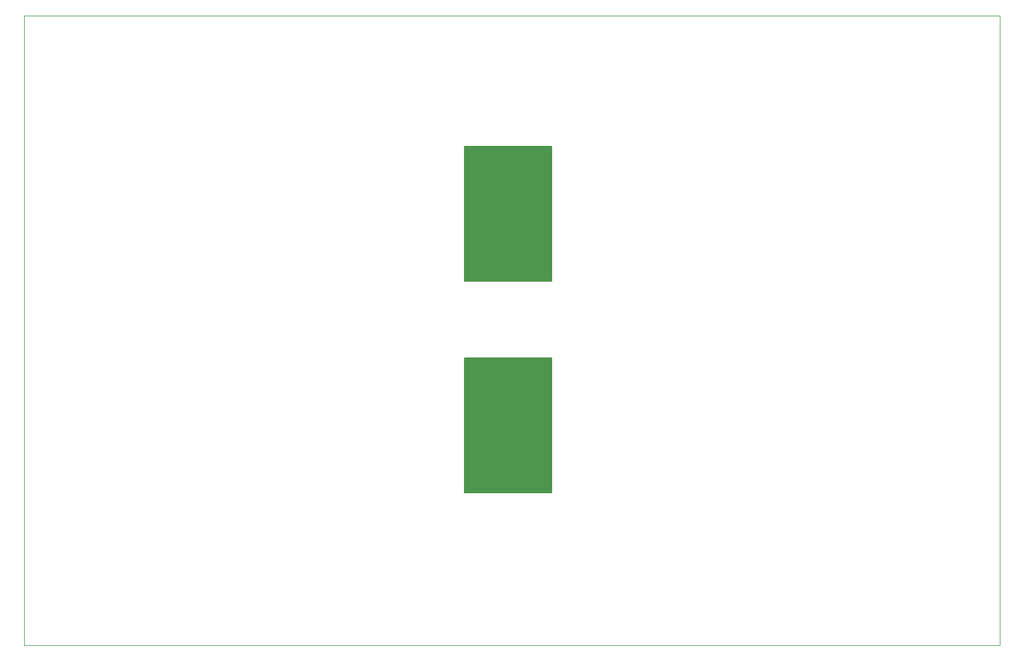
<source format=gbr>
%FSLAX34Y34*%
%MOMM*%
%LNOUTLINE*%
G71*
G01*
%ADD10C,0.000*%
%ADD11C,0.150*%
%LPD*%
G54D10*
X0Y950000D02*
X1470000Y950000D01*
X1470000Y0D01*
X0Y0D01*
X0Y950000D01*
G36*
X663728Y753041D02*
X794378Y753041D01*
X794378Y549841D01*
X663728Y549841D01*
X663728Y753041D01*
G37*
G54D11*
X663728Y753041D02*
X794378Y753041D01*
X794378Y549841D01*
X663728Y549841D01*
X663728Y753041D01*
G36*
X663728Y433041D02*
X794378Y433041D01*
X794378Y229841D01*
X663728Y229841D01*
X663728Y433041D01*
G37*
G54D11*
X663728Y433041D02*
X794378Y433041D01*
X794378Y229841D01*
X663728Y229841D01*
X663728Y433041D01*
M02*

</source>
